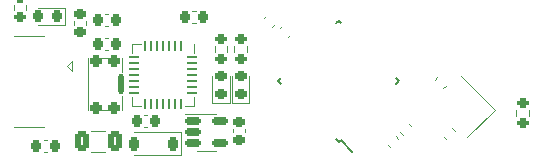
<source format=gbr>
%TF.GenerationSoftware,KiCad,Pcbnew,7.0.5-0*%
%TF.CreationDate,2023-06-02T14:28:35-04:00*%
%TF.ProjectId,mini_arduino_clone,6d696e69-5f61-4726-9475-696e6f5f636c,A*%
%TF.SameCoordinates,Original*%
%TF.FileFunction,Legend,Top*%
%TF.FilePolarity,Positive*%
%FSLAX46Y46*%
G04 Gerber Fmt 4.6, Leading zero omitted, Abs format (unit mm)*
G04 Created by KiCad (PCBNEW 7.0.5-0) date 2023-06-02 14:28:35*
%MOMM*%
%LPD*%
G01*
G04 APERTURE LIST*
G04 Aperture macros list*
%AMRoundRect*
0 Rectangle with rounded corners*
0 $1 Rounding radius*
0 $2 $3 $4 $5 $6 $7 $8 $9 X,Y pos of 4 corners*
0 Add a 4 corners polygon primitive as box body*
4,1,4,$2,$3,$4,$5,$6,$7,$8,$9,$2,$3,0*
0 Add four circle primitives for the rounded corners*
1,1,$1+$1,$2,$3*
1,1,$1+$1,$4,$5*
1,1,$1+$1,$6,$7*
1,1,$1+$1,$8,$9*
0 Add four rect primitives between the rounded corners*
20,1,$1+$1,$2,$3,$4,$5,0*
20,1,$1+$1,$4,$5,$6,$7,0*
20,1,$1+$1,$6,$7,$8,$9,0*
20,1,$1+$1,$8,$9,$2,$3,0*%
%AMRotRect*
0 Rectangle, with rotation*
0 The origin of the aperture is its center*
0 $1 length*
0 $2 width*
0 $3 Rotation angle, in degrees counterclockwise*
0 Add horizontal line*
21,1,$1,$2,0,0,$3*%
%AMFreePoly0*
4,1,9,1.050000,0.350000,0.550000,0.000000,0.550000,-0.400000,0.800000,-0.650000,0.800000,-0.800000,-1.050000,-0.800000,-1.050000,0.800000,1.050000,0.800000,1.050000,0.350000,1.050000,0.350000,$1*%
%AMFreePoly1*
4,1,9,1.050000,-0.800000,-0.800000,-0.800000,-0.800000,-0.650000,-0.550000,-0.400000,-0.550000,0.000000,-1.050000,0.350000,-1.050000,0.800000,1.050000,0.800000,1.050000,-0.800000,1.050000,-0.800000,$1*%
G04 Aperture macros list end*
%ADD10C,0.150000*%
%ADD11C,0.120000*%
%ADD12RotRect,1.600000X0.550000X135.000000*%
%ADD13RotRect,1.600000X0.550000X225.000000*%
%ADD14RoundRect,0.225000X0.017678X-0.335876X0.335876X-0.017678X-0.017678X0.335876X-0.335876X0.017678X0*%
%ADD15RoundRect,0.225000X0.225000X0.250000X-0.225000X0.250000X-0.225000X-0.250000X0.225000X-0.250000X0*%
%ADD16RoundRect,0.218750X0.256250X-0.218750X0.256250X0.218750X-0.256250X0.218750X-0.256250X-0.218750X0*%
%ADD17RoundRect,0.225000X-0.017678X0.335876X-0.335876X0.017678X0.017678X-0.335876X0.335876X-0.017678X0*%
%ADD18C,0.600000*%
%ADD19R,1.350000X0.400000*%
%ADD20FreePoly0,270.000000*%
%ADD21O,1.700000X1.000000*%
%ADD22R,1.900000X1.900000*%
%ADD23O,1.700000X0.850000*%
%ADD24FreePoly1,270.000000*%
%ADD25RoundRect,0.225000X-0.335876X-0.017678X-0.017678X-0.335876X0.335876X0.017678X0.017678X0.335876X0*%
%ADD26RoundRect,0.250000X-0.250000X0.250000X-0.250000X-0.250000X0.250000X-0.250000X0.250000X0.250000X0*%
%ADD27RoundRect,0.137500X-0.137500X0.712500X-0.137500X-0.712500X0.137500X-0.712500X0.137500X0.712500X0*%
%ADD28RoundRect,0.225000X-0.225000X-0.250000X0.225000X-0.250000X0.225000X0.250000X-0.225000X0.250000X0*%
%ADD29RoundRect,0.062500X-0.062500X0.337500X-0.062500X-0.337500X0.062500X-0.337500X0.062500X0.337500X0*%
%ADD30RoundRect,0.062500X-0.337500X0.062500X-0.337500X-0.062500X0.337500X-0.062500X0.337500X0.062500X0*%
%ADD31R,3.350000X3.350000*%
%ADD32RoundRect,0.225000X-0.250000X0.225000X-0.250000X-0.225000X0.250000X-0.225000X0.250000X0.225000X0*%
%ADD33RoundRect,0.200000X-0.275000X0.200000X-0.275000X-0.200000X0.275000X-0.200000X0.275000X0.200000X0*%
%ADD34RotRect,1.400000X1.200000X135.000000*%
%ADD35RoundRect,0.225000X0.225000X0.375000X-0.225000X0.375000X-0.225000X-0.375000X0.225000X-0.375000X0*%
%ADD36RoundRect,0.150000X-0.512500X-0.150000X0.512500X-0.150000X0.512500X0.150000X-0.512500X0.150000X0*%
%ADD37C,0.991000*%
%ADD38C,0.787000*%
%ADD39RoundRect,0.250000X-0.375000X-0.625000X0.375000X-0.625000X0.375000X0.625000X-0.375000X0.625000X0*%
%ADD40RoundRect,0.200000X0.275000X-0.200000X0.275000X0.200000X-0.275000X0.200000X-0.275000X-0.200000X0*%
%ADD41RoundRect,0.218750X0.218750X0.256250X-0.218750X0.256250X-0.218750X-0.256250X0.218750X-0.256250X0*%
%ADD42R,1.700000X1.700000*%
%ADD43O,1.700000X1.700000*%
G04 APERTURE END LIST*
D10*
%TO.C,U101*%
X28041417Y3890476D02*
X28200516Y4049575D01*
X28041417Y3890476D02*
X27811607Y4120286D01*
X28200516Y4049575D02*
X29208143Y3041948D01*
X33167941Y9017000D02*
X32938131Y8787190D01*
X33167941Y9017000D02*
X32938131Y9246810D01*
X22914893Y9017000D02*
X23144703Y8787190D01*
X22914893Y9017000D02*
X23144703Y9246810D01*
X28041417Y14143524D02*
X28271227Y13913714D01*
X28041417Y14143524D02*
X27811607Y13913714D01*
D11*
%TO.C,C107*%
X36170863Y9144706D02*
X36369674Y9343517D01*
X36892112Y8423457D02*
X37090923Y8622268D01*
%TO.C,C102*%
X3370473Y3039487D02*
X3089313Y3039487D01*
X3370473Y4059487D02*
X3089313Y4059487D01*
%TO.C,D101*%
X17353893Y7207487D02*
X18823893Y7207487D01*
X18823893Y7207487D02*
X18823893Y9492487D01*
X17353893Y9492487D02*
X17353893Y7207487D01*
%TO.C,C101*%
X23959123Y12965668D02*
X23760312Y12766857D01*
X23237874Y13686917D02*
X23039063Y13488106D01*
%TO.C,J101*%
X3065000Y12862000D02*
X575000Y12862000D01*
X5505000Y10717000D02*
X5505000Y9917000D01*
X5055000Y10317000D02*
X5505000Y10717000D01*
X5505000Y9917000D02*
X5055000Y10317000D01*
X3065000Y5172000D02*
X575000Y5172000D01*
%TO.C,C103*%
X33971112Y5406517D02*
X34169923Y5207706D01*
X33249863Y4685268D02*
X33448674Y4486457D01*
%TO.C,SW101*%
X8479093Y10956487D02*
X8039093Y10956487D01*
X6779093Y10956487D02*
X6779093Y6556487D01*
X9739093Y9756487D02*
X9739093Y10956487D01*
X9739093Y6556487D02*
X9739093Y7756487D01*
X8039093Y6556487D02*
X8479093Y6556487D01*
%TO.C,C201*%
X11572913Y6167687D02*
X11854073Y6167687D01*
X11572913Y5147687D02*
X11854073Y5147687D01*
%TO.C,U301*%
X10549893Y12165487D02*
X11274893Y12165487D01*
X15769893Y11440487D02*
X15769893Y12165487D01*
X10549893Y11440487D02*
X10549893Y12165487D01*
X15769893Y7670487D02*
X15769893Y6945487D01*
X10549893Y7670487D02*
X10549893Y6945487D01*
X15769893Y6945487D02*
X15044893Y6945487D01*
X10549893Y6945487D02*
X11274893Y6945487D01*
%TO.C,C303*%
X6686293Y14078667D02*
X6686293Y13797507D01*
X5666293Y14078667D02*
X5666293Y13797507D01*
%TO.C,R106*%
X1567993Y15496145D02*
X1567993Y15021629D01*
X522993Y15496145D02*
X522993Y15021629D01*
%TO.C,Y101*%
X38910380Y4270547D02*
X41243833Y6604000D01*
X41243833Y6604000D02*
X38415406Y9432427D01*
%TO.C,D1*%
X14733893Y2727287D02*
X14733893Y4727287D01*
X14733893Y2727287D02*
X10723893Y2727287D01*
X14733893Y4727287D02*
X10723893Y4727287D01*
%TO.C,R104*%
X18611393Y11977745D02*
X18611393Y11503229D01*
X17566393Y11977745D02*
X17566393Y11503229D01*
%TO.C,U201*%
X16844293Y6252487D02*
X15044293Y6252487D01*
X16844293Y6252487D02*
X17644293Y6252487D01*
X16844293Y3132487D02*
X16044293Y3132487D01*
X16844293Y3132487D02*
X17644293Y3132487D01*
%TO.C,C108*%
X15662313Y14981487D02*
X15943473Y14981487D01*
X15662313Y13961487D02*
X15943473Y13961487D01*
%TO.C,C104*%
X22612923Y13829268D02*
X22414112Y13630457D01*
X21891674Y14550517D02*
X21692863Y14351706D01*
%TO.C,C302*%
X8552073Y11624687D02*
X8270913Y11624687D01*
X8552073Y12644687D02*
X8270913Y12644687D01*
%TO.C,C301*%
X8552073Y13682087D02*
X8270913Y13682087D01*
X8552073Y14702087D02*
X8270913Y14702087D01*
%TO.C,D102*%
X19004893Y7207487D02*
X20474893Y7207487D01*
X20474893Y7207487D02*
X20474893Y9492487D01*
X19004893Y9492487D02*
X19004893Y7207487D01*
%TO.C,F101*%
X7072829Y4840487D02*
X8276957Y4840487D01*
X7072829Y3020487D02*
X8276957Y3020487D01*
%TO.C,C105*%
X37654112Y5025517D02*
X37852923Y4826706D01*
X36932863Y4304268D02*
X37131674Y4105457D01*
%TO.C,C202*%
X20148293Y4960067D02*
X20148293Y4678907D01*
X19128293Y4960067D02*
X19128293Y4678907D01*
%TO.C,R105*%
X20262393Y11977745D02*
X20262393Y11503229D01*
X19217393Y11977745D02*
X19217393Y11503229D01*
%TO.C,R103*%
X43093393Y6106229D02*
X43093393Y6580745D01*
X44138393Y6106229D02*
X44138393Y6580745D01*
%TO.C,C106*%
X32904312Y4339717D02*
X33103123Y4140906D01*
X32183063Y3618468D02*
X32381874Y3419657D01*
%TO.C,D103*%
X4867293Y13761887D02*
X4867293Y15231887D01*
X4867293Y15231887D02*
X2582293Y15231887D01*
X2582293Y13761887D02*
X4867293Y13761887D01*
%TD*%
%LPC*%
D12*
%TO.C,U101*%
X29066722Y4031897D03*
X29632407Y4597583D03*
X30198093Y5163268D03*
X30763778Y5728953D03*
X31329464Y6294639D03*
X31895149Y6860324D03*
X32460834Y7426010D03*
X33026520Y7991695D03*
D13*
X33026520Y10042305D03*
X32460834Y10607990D03*
X31895149Y11173676D03*
X31329464Y11739361D03*
X30763778Y12305047D03*
X30198093Y12870732D03*
X29632407Y13436417D03*
X29066722Y14002103D03*
D12*
X27016112Y14002103D03*
X26450427Y13436417D03*
X25884741Y12870732D03*
X25319056Y12305047D03*
X24753370Y11739361D03*
X24187685Y11173676D03*
X23622000Y10607990D03*
X23056314Y10042305D03*
D13*
X23056314Y7991695D03*
X23622000Y7426010D03*
X24187685Y6860324D03*
X24753370Y6294639D03*
X25319056Y5728953D03*
X25884741Y5163268D03*
X26450427Y4597583D03*
X27016112Y4031897D03*
%TD*%
D14*
%TO.C,C107*%
X36082885Y8335479D03*
X37178901Y9431495D03*
%TD*%
D15*
%TO.C,C102*%
X4004893Y3549487D03*
X2454893Y3549487D03*
%TD*%
D16*
%TO.C,D101*%
X18088893Y7904987D03*
X18088893Y9479987D03*
%TD*%
D17*
%TO.C,C101*%
X24047101Y13774895D03*
X22951085Y12678879D03*
%TD*%
D18*
%TO.C,J101*%
X3865000Y11017000D03*
X3865000Y7017000D03*
D19*
X4190000Y10317000D03*
X4190000Y9667000D03*
X4190000Y9017000D03*
X4190000Y8367000D03*
X4190000Y7717000D03*
D20*
X4065000Y12117000D03*
D21*
X1515000Y11842000D03*
D22*
X1515000Y10217000D03*
X1515000Y7817000D03*
D23*
X1515000Y6192000D03*
D24*
X4065000Y5917000D03*
%TD*%
D25*
%TO.C,C103*%
X33161885Y5494495D03*
X34257901Y4398479D03*
%TD*%
D26*
%TO.C,SW101*%
X9059093Y10756487D03*
X9059093Y6756487D03*
X7459093Y10756487D03*
X7459093Y6756487D03*
D27*
X9634093Y8756487D03*
%TD*%
D28*
%TO.C,C201*%
X10938493Y5657687D03*
X12488493Y5657687D03*
%TD*%
D29*
%TO.C,U301*%
X14659893Y12005487D03*
X14159893Y12005487D03*
X13659893Y12005487D03*
X13159893Y12005487D03*
X12659893Y12005487D03*
X12159893Y12005487D03*
X11659893Y12005487D03*
D30*
X10709893Y11055487D03*
X10709893Y10555487D03*
X10709893Y10055487D03*
X10709893Y9555487D03*
X10709893Y9055487D03*
X10709893Y8555487D03*
X10709893Y8055487D03*
D29*
X11659893Y7105487D03*
X12159893Y7105487D03*
X12659893Y7105487D03*
X13159893Y7105487D03*
X13659893Y7105487D03*
X14159893Y7105487D03*
X14659893Y7105487D03*
D30*
X15609893Y8055487D03*
X15609893Y8555487D03*
X15609893Y9055487D03*
X15609893Y9555487D03*
X15609893Y10055487D03*
X15609893Y10555487D03*
X15609893Y11055487D03*
D31*
X13159893Y9555487D03*
%TD*%
D32*
%TO.C,C303*%
X6176293Y14713087D03*
X6176293Y13163087D03*
%TD*%
D33*
%TO.C,R106*%
X1045493Y16083887D03*
X1045493Y14433887D03*
%TD*%
D34*
%TO.C,Y101*%
X40041751Y6674710D03*
X38486116Y8230345D03*
X37284035Y7028264D03*
X38839670Y5472629D03*
%TD*%
D35*
%TO.C,D1*%
X14023893Y3727287D03*
X10723893Y3727287D03*
%TD*%
D33*
%TO.C,R104*%
X18088893Y12565487D03*
X18088893Y10915487D03*
%TD*%
D36*
%TO.C,U201*%
X15706793Y5642487D03*
X15706793Y4692487D03*
X15706793Y3742487D03*
X17981793Y3742487D03*
X17981793Y5642487D03*
%TD*%
D28*
%TO.C,C108*%
X15027893Y14471487D03*
X16577893Y14471487D03*
%TD*%
D17*
%TO.C,C104*%
X22700901Y14638495D03*
X21604885Y13542479D03*
%TD*%
D15*
%TO.C,C302*%
X9186493Y12134687D03*
X7636493Y12134687D03*
%TD*%
%TO.C,C301*%
X9186493Y14192087D03*
X7636493Y14192087D03*
%TD*%
D16*
%TO.C,D102*%
X19739893Y7904987D03*
X19739893Y9479987D03*
%TD*%
D37*
%TO.C,J102*%
X41329893Y8502487D03*
X40314893Y13582487D03*
X42344893Y13582487D03*
D38*
X41964893Y9772487D03*
X40694893Y9772487D03*
X41964893Y11042487D03*
X40694893Y11042487D03*
X41964893Y12312487D03*
X40694893Y12312487D03*
%TD*%
D39*
%TO.C,F101*%
X6274893Y3930487D03*
X9074893Y3930487D03*
%TD*%
D25*
%TO.C,C105*%
X36844885Y5113495D03*
X37940901Y4017479D03*
%TD*%
D32*
%TO.C,C202*%
X19638293Y5594487D03*
X19638293Y4044487D03*
%TD*%
D33*
%TO.C,R105*%
X19739893Y12565487D03*
X19739893Y10915487D03*
%TD*%
D40*
%TO.C,R103*%
X43615893Y5518487D03*
X43615893Y7168487D03*
%TD*%
D25*
%TO.C,C106*%
X32095085Y4427695D03*
X33191101Y3331679D03*
%TD*%
D41*
%TO.C,D103*%
X4169793Y14496887D03*
X2594793Y14496887D03*
%TD*%
D42*
%TO.C,J103*%
X39497000Y16627000D03*
D43*
X36957000Y16627000D03*
X34417000Y16627000D03*
X31877000Y16627000D03*
X29337000Y16627000D03*
X26797000Y16627000D03*
X24257000Y16627000D03*
X21717000Y16627000D03*
X19177000Y16627000D03*
X16637000Y16627000D03*
X14097000Y16627000D03*
X11557000Y16627000D03*
X9017000Y16627000D03*
X6477000Y16627000D03*
X3937000Y16627000D03*
%TD*%
D42*
%TO.C,J104*%
X39497000Y1387000D03*
D43*
X36957000Y1387000D03*
X34417000Y1387000D03*
X31877000Y1387000D03*
X29337000Y1387000D03*
X26797000Y1387000D03*
X24257000Y1387000D03*
X21717000Y1387000D03*
X19177000Y1387000D03*
X16637000Y1387000D03*
X14097000Y1387000D03*
X11557000Y1387000D03*
X9017000Y1387000D03*
X6477000Y1387000D03*
X3937000Y1387000D03*
%TD*%
%LPD*%
M02*

</source>
